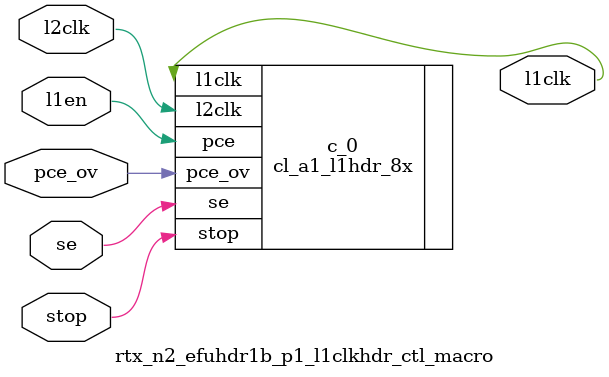
<source format=v>






module rtx_n2_efuhdr1b_p1_l1clkhdr_ctl_macro (
  l2clk, 
  l1en, 
  pce_ov, 
  stop, 
  se, 
  l1clk);


  input l2clk;
  input l1en;
  input pce_ov;
  input stop;
  input se;
  output l1clk;



 

cl_a1_l1hdr_8x c_0 (


   .l2clk(l2clk),
   .pce(l1en),
   .l1clk(l1clk),
  .se(se),
  .pce_ov(pce_ov),
  .stop(stop)
);



endmodule









</source>
